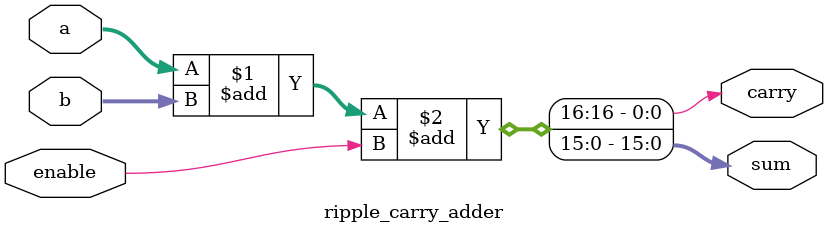
<source format=v>
module ripple_carry_adder #(
    parameter n=16
) (
    sum,
    carry,
    a,
    b,
    enable
);
    output [n-1:0] sum;
    output carry;
    input [n-1:0] a,b;
    input enable;
    
    assign {carry,sum} = a+b+enable;
endmodule
</source>
